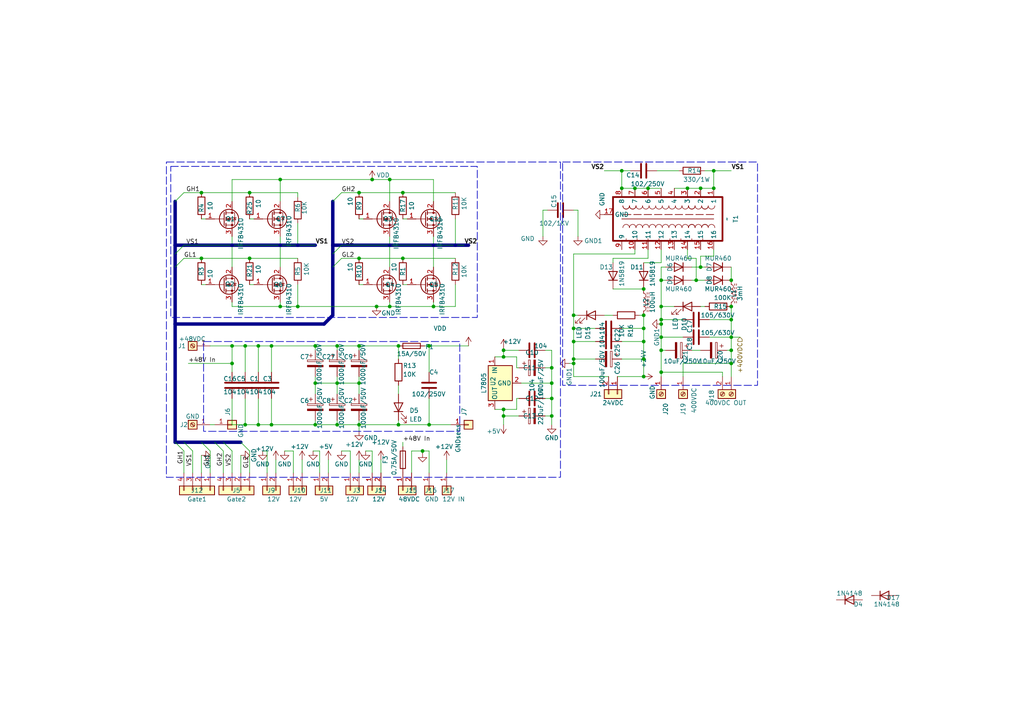
<source format=kicad_sch>
(kicad_sch (version 20231120) (generator "eeschema") (generator_version "8.0")
  (paper "A4")
  (title_block (title "MAIN BOARD") (rev "V6"))
  (lib_symbols
    (symbol "Connector:Screw_Terminal_01x01" (pin_names (offset 1.016) hide)
      (property "Reference" "J" (at 0 2.54 0))
      (property "Value" "Screw_Terminal_01x01" (at 0 -2.54 0))
      (symbol "Screw_Terminal_01x01_1_1"
        (pin passive line (at -5.08 0 0) (length 3.81) (name "Pin_1") (number "1"))
      )
    )
    (symbol "Connector:Screw_Terminal_01x02" (pin_names (offset 1.016) hide)
      (property "Reference" "J" (at 0 2.54 0))
      (property "Value" "Screw_Terminal_01x02" (at 0 -5.08 0))
      (symbol "Screw_Terminal_01x02_1_1"
        (pin passive line (at -5.08 0 0) (length 3.81) (name "Pin_1") (number "1"))
        (pin passive line (at -5.08 -2.54 0) (length 3.81) (name "Pin_2") (number "2"))
      )
    )
    (symbol "Connector_Generic:Conn_01x01" (pin_names (offset 1.016) hide)
      (property "Reference" "J" (at 0 2.54 0))
      (property "Value" "Conn_01x01" (at 0 -2.54 0))
      (symbol "Conn_01x01_1_1"
        (pin passive line (at -5.08 0 0) (length 3.81) (name "Pin_1") (number "1"))
      )
    )
    (symbol "Connector_Generic:Conn_01x02" (pin_names (offset 1.016) hide)
      (property "Reference" "J" (at 0 2.54 0))
      (property "Value" "Conn_01x02" (at 0 -5.08 0))
      (symbol "Conn_01x02_1_1"
        (pin passive line (at -5.08 0 0) (length 3.81) (name "Pin_1") (number "1"))
        (pin passive line (at -5.08 -2.54 0) (length 3.81) (name "Pin_2") (number "2"))
      )
    )
    (symbol "Connector_Generic:Conn_01x04" (pin_names (offset 1.016) hide)
      (property "Reference" "J" (at 0 5.08 0))
      (property "Value" "Conn_01x04" (at 0 -7.62 0))
      (symbol "Conn_01x04_1_1"
        (pin passive line (at -5.08 2.54 0) (length 3.81) (name "Pin_1") (number "1"))
        (pin passive line (at -5.08 0 0) (length 3.81) (name "Pin_2") (number "2"))
        (pin passive line (at -5.08 -2.54 0) (length 3.81) (name "Pin_3") (number "3"))
        (pin passive line (at -5.08 -5.08 0) (length 3.81) (name "Pin_4") (number "4"))
      )
    )
    (symbol "Device:C" (pin_numbers hide) (pin_names (offset 0.254))
      (property "Reference" "C" (at 0.635 2.54 0))
      (property "Value" "C" (at 0.635 -2.54 0))
      (symbol "C_1_1"
        (pin passive line (at 0 3.81 270) (length 2.794) (name "~") (number "1"))
        (pin passive line (at 0 -3.81 90) (length 2.794) (name "~") (number "2"))
      )
    )
    (symbol "Device:C_Polarized" (pin_numbers hide) (pin_names (offset 0.254))
      (property "Reference" "C" (at 0.635 2.54 0))
      (property "Value" "C_Polarized" (at 0.635 -2.54 0))
      (symbol "C_Polarized_1_1"
        (pin passive line (at 0 3.81 270) (length 2.794) (name "~") (number "1"))
        (pin passive line (at 0 -3.81 90) (length 2.794) (name "~") (number "2"))
      )
    )
    (symbol "Device:D" (pin_numbers hide) (pin_names (offset 1.016) hide)
      (property "Reference" "D" (at 0 2.54 0))
      (property "Value" "D" (at 0 -2.54 0))
      (symbol "D_1_1"
        (pin passive line (at -3.81 0 0) (length 2.54) (name "K") (number "1"))
        (pin passive line (at 3.81 0 180) (length 2.54) (name "A") (number "2"))
      )
    )
    (symbol "Device:Fuse" (pin_numbers hide) (pin_names (offset 0))
      (property "Reference" "F" (at 2.032 0 90))
      (property "Value" "Fuse" (at -1.905 0 90))
      (symbol "Fuse_1_1"
        (pin passive line (at 0 3.81 270) (length 1.27) (name "~") (number "1"))
        (pin passive line (at 0 -3.81 90) (length 1.27) (name "~") (number "2"))
      )
    )
    (symbol "Device:LED" (pin_numbers hide) (pin_names (offset 1.016) hide)
      (property "Reference" "D" (at 0 2.54 0))
      (property "Value" "LED" (at 0 -2.54 0))
      (symbol "LED_1_1"
        (pin passive line (at -3.81 0 0) (length 2.54) (name "K") (number "1"))
        (pin passive line (at 3.81 0 180) (length 2.54) (name "A") (number "2"))
      )
    )
    (symbol "Device:L_Ferrite" (pin_numbers hide) (pin_names (offset 1.016) hide)
      (property "Reference" "L" (at -1.27 0 90))
      (property "Value" "L_Ferrite" (at 2.794 0 90))
      (symbol "L_Ferrite_1_1"
        (pin passive line (at 0 3.81 270) (length 1.27) (name "1") (number "1"))
        (pin passive line (at 0 -3.81 90) (length 1.27) (name "2") (number "2"))
      )
    )
    (symbol "Device:R" (pin_numbers hide) (pin_names (offset 0))
      (property "Reference" "R" (at 2.032 0 90))
      (property "Value" "R" (at 0 0 90))
      (symbol "R_1_1"
        (pin passive line (at 0 3.81 270) (length 1.27) (name "~") (number "1"))
        (pin passive line (at 0 -3.81 90) (length 1.27) (name "~") (number "2"))
      )
    )
    (symbol "Diode:1N4148" (pin_numbers hide) (pin_names (offset 1.016) hide)
      (property "Reference" "D" (at 0 2.54 0))
      (property "Value" "1N4148" (at 0 -2.54 0))
      (symbol "1N4148_1_1"
        (pin passive line (at -3.81 0 0) (length 2.54) (name "K") (number "1"))
        (pin passive line (at 3.81 0 180) (length 2.54) (name "A") (number "2"))
      )
    )
    (symbol "Regulator_Linear:L7805" (pin_names (offset 0.254))
      (property "Reference" "U" (at -3.81 3.175 0))
      (property "Value" "L7805" (at 0 3.175 0))
      (symbol "L7805_1_1"
        (pin power_in line (at -7.62 0 0) (length 2.54) (name "IN") (number "1"))
        (pin power_in line (at 0 -7.62 90) (length 2.54) (name "GND") (number "2"))
        (pin power_out line (at 7.62 0 180) (length 2.54) (name "OUT") (number "3"))
      )
    )
    (symbol "Transformer 2:PQ3535"
      (property "Reference" "T" (at 0 30.988 0))
      (symbol "PQ3535_1_1"
        (pin input line (at -8.89 26.67 0) (length 2.54) (name "1") (number "1"))
        (pin input line (at 8.89 3.81 180) (length 2.54) (name "10") (number "10"))
        (pin input line (at 8.89 7.62 180) (length 2.54) (name "11") (number "11"))
        (pin input line (at 8.89 11.43 180) (length 2.54) (name "12") (number "12"))
        (pin input line (at 8.89 15.24 180) (length 2.54) (name "13") (number "13"))
        (pin input line (at 8.89 19.05 180) (length 2.54) (name "14") (number "14"))
        (pin input line (at 8.89 22.86 180) (length 2.54) (name "15") (number "15"))
        (pin input line (at 8.89 26.67 180) (length 2.54) (name "16") (number "16"))
        (pin input line (at -1.27 -5.08 90) (length 2.54) (name "GND") (number "17"))
        (pin input line (at -8.89 22.86 0) (length 2.54) (name "2") (number "2"))
        (pin input line (at -8.89 19.05 0) (length 2.54) (name "3") (number "3"))
        (pin input line (at -8.89 15.24 0) (length 2.54) (name "4") (number "4"))
        (pin input line (at -8.89 11.43 0) (length 2.54) (name "5") (number "5"))
        (pin input line (at -8.89 7.62 0) (length 2.54) (name "6") (number "6"))
        (pin input line (at -8.89 3.81 0) (length 2.54) (name "7") (number "7"))
        (pin input line (at -8.89 0 0) (length 2.54) (name "8") (number "8"))
        (pin input line (at 8.89 0 180) (length 2.54) (name "9") (number "9"))
      )
    )
    (symbol "Transistor_FET:IRLZ44N" (pin_names hide)
      (property "Reference" "Q" (at 6.35 1.905 0))
      (property "Value" "IRLZ44N" (at 6.35 0 0))
      (symbol "IRLZ44N_1_1"
        (pin input line (at -5.08 0 0) (length 2.54) (name "G") (number "1"))
        (pin passive line (at 2.54 5.08 270) (length 2.54) (name "D") (number "2"))
        (pin passive line (at 2.54 -5.08 90) (length 2.54) (name "S") (number "3"))
      )
    )
    (symbol "power:+12V" (power) (pin_names (offset 0))
      (property "Value" "+12V" (at 0 3.556 0))
      (symbol "+12V_1_1"
        (pin power_in line (at 0 0 90) (length 0) hide (name "+12V") (number "1"))
      )
    )
    (symbol "power:+24V" (power) (pin_names (offset 0))
      (property "Value" "+24V" (at 0 3.556 0))
      (symbol "+24V_1_1"
        (pin power_in line (at 0 0 90) (length 0) hide (name "+24V") (number "1"))
      )
    )
    (symbol "power:+5V" (power) (pin_names (offset 0))
      (property "Value" "+5V" (at 0 3.556 0))
      (symbol "+5V_1_1"
        (pin power_in line (at 0 0 90) (length 0) hide (name "+5V") (number "1"))
      )
    )
    (symbol "power:GND" (power) (pin_names (offset 0))
      (property "Value" "GND" (at 0 -3.81 0))
      (symbol "GND_1_1"
        (pin power_in line (at 0 0 270) (length 0) hide (name "GND") (number "1"))
      )
    )
    (symbol "power:GND1" (power) (pin_names (offset 0))
      (property "Value" "GND1" (at 0 -3.81 0))
      (symbol "GND1_1_1"
        (pin power_in line (at 0 0 270) (length 0) hide (name "GND1") (number "1"))
      )
    )
    (symbol "power:VDD" (power) (pin_names (offset 0))
      (property "Value" "VDD" (at 0 3.81 0))
      (symbol "VDD_1_1"
        (pin power_in line (at 0 0 90) (length 0) hide (name "VDD") (number "1"))
      )
    )
  )
  (junction (at 113.03 52.07))
  (junction (at 122.555 130.81))
  (junction (at 186.69 104.14))
  (junction (at 203.2 54.61))
  (junction (at 146.05 101.6))
  (junction (at 212.09 97.79))
  (junction (at 78.74 123.19))
  (junction (at 113.03 88.9))
  (junction (at 50.8 93.98))
  (junction (at 160.02 120.65))
  (junction (at 97.79 123.19))
  (junction (at 191.77 101.6))
  (junction (at 125.73 71.12))
  (junction (at 67.31 105.41))
  (junction (at 96.52 71.12))
  (junction (at 124.46 123.19))
  (junction (at 58.42 55.88))
  (junction (at 186.69 95.25))
  (junction (at 81.28 71.12))
  (junction (at 97.79 111.125))
  (junction (at 186.69 99.06))
  (junction (at 160.02 111.125))
  (junction (at 146.05 118.745))
  (junction (at 212.09 88.9))
  (junction (at 86.36 71.12))
  (junction (at 180.34 54.61))
  (junction (at 201.93 81.28))
  (junction (at 67.31 100.33))
  (junction (at 115.57 123.19))
  (junction (at 81.28 52.07))
  (junction (at 67.31 71.12))
  (junction (at 160.02 115.57))
  (junction (at 58.42 74.93))
  (junction (at 124.46 100.33))
  (junction (at 104.14 55.88))
  (junction (at 115.57 100.33))
  (junction (at 91.44 100.33))
  (junction (at 191.77 81.28))
  (junction (at 146.05 120.65))
  (junction (at 191.77 107.95))
  (junction (at 109.22 88.9))
  (junction (at 191.77 92.71))
  (junction (at 104.14 123.19))
  (junction (at 116.84 55.88))
  (junction (at 91.44 123.19))
  (junction (at 199.39 54.61))
  (junction (at 212.09 92.71))
  (junction (at 184.15 54.61))
  (junction (at 116.84 74.93))
  (junction (at 180.34 49.53))
  (junction (at 191.77 93.98))
  (junction (at 50.8 71.12))
  (junction (at 97.79 100.33))
  (junction (at 72.39 74.93))
  (junction (at 104.14 100.33))
  (junction (at 191.77 97.79))
  (junction (at 113.03 71.12))
  (junction (at 212.09 105.41))
  (junction (at 91.44 111.125))
  (junction (at 166.37 91.44))
  (junction (at 160.02 106.68))
  (junction (at 166.37 95.25))
  (junction (at 207.01 54.61))
  (junction (at 207.01 49.53))
  (junction (at 212.09 101.6))
  (junction (at 166.37 104.14))
  (junction (at 107.95 52.07))
  (junction (at 74.93 100.33))
  (junction (at 86.36 88.9))
  (junction (at 146.05 103.505))
  (junction (at 125.73 88.9))
  (junction (at 186.69 91.44))
  (junction (at 187.96 54.61))
  (junction (at 71.12 100.33))
  (junction (at 132.08 71.12))
  (junction (at 212.09 81.28))
  (junction (at 71.12 123.19))
  (junction (at 104.14 111.125))
  (junction (at 166.37 105.41))
  (junction (at 191.77 88.9))
  (junction (at 104.14 74.93))
  (junction (at 186.69 83.82))
  (junction (at 74.93 123.19))
  (junction (at 203.2 77.47))
  (junction (at 72.39 55.88))
  (junction (at 78.74 100.33))
  (junction (at 166.37 99.06))
  (junction (at 81.28 88.9))
  (junction (at 186.69 109.22))
  (bus_entry (at 55.88 130.81) (size -2.54 -2.54))
  (bus_entry (at 50.8 73.66) (size 2.54 -2.54))
  (bus_entry (at 64.77 130.81) (size -2.54 -2.54))
  (bus_entry (at 53.34 130.81) (size -2.54 -2.54))
  (bus_entry (at 50.8 77.47) (size 2.54 -2.54))
  (bus_entry (at 67.31 130.81) (size -2.54 -2.54))
  (bus_entry (at 99.06 71.12) (size -2.54 2.54))
  (bus_entry (at 60.96 130.81) (size -2.54 -2.54))
  (bus_entry (at 99.06 55.88) (size -2.54 2.54))
  (bus_entry (at 99.06 74.93) (size -2.54 2.54))
  (bus_entry (at 50.8 58.42) (size 2.54 -2.54))
  (bus_entry (at 72.39 130.81) (size -2.54 -2.54))
  (wire (pts (xy 115.57 121.92) (xy 115.57 123.19)))
  (bus (pts (xy 50.8 73.66) (xy 50.8 77.47)) (stroke (width 1)))
  (bus (pts (xy 96.52 77.47) (xy 96.52 91.44)) (stroke (width 1)))
  (wire (pts (xy 101.6 130.81) (xy 101.6 137.16)))
  (wire (pts (xy 186.69 91.44) (xy 186.69 95.25)))
  (wire (pts (xy 191.77 101.6) (xy 191.77 107.95)))
  (wire (pts (xy 71.12 115.57) (xy 71.12 123.19)))
  (wire (pts (xy 104.14 74.93) (xy 116.84 74.93)))
  (wire (pts (xy 91.44 111.125) (xy 97.79 111.125)))
  (wire (pts (xy 105.41 63.5) (xy 104.14 63.5)))
  (wire (pts (xy 99.06 130.81) (xy 101.6 130.81)))
  (wire (pts (xy 78.74 123.19) (xy 74.93 123.19)))
  (wire (pts (xy 124.46 130.81) (xy 124.46 137.16)))
  (wire (pts (xy 115.57 123.19) (xy 104.14 123.19)))
  (wire (pts (xy 193.04 101.6) (xy 191.77 101.6)))
  (bus (pts (xy 96.52 58.42) (xy 96.52 71.12)) (stroke (width 1)))
  (wire (pts (xy 187.96 54.61) (xy 184.15 54.61)))
  (wire (pts (xy 60.96 100.33) (xy 67.31 100.33)))
  (wire (pts (xy 113.03 71.12) (xy 125.73 71.12)))
  (wire (pts (xy 203.2 74.295) (xy 203.2 77.47)))
  (wire (pts (xy 204.47 77.47) (xy 203.2 77.47)))
  (wire (pts (xy 212.09 105.41) (xy 212.09 109.22)))
  (wire (pts (xy 72.39 74.93) (xy 86.36 74.93)))
  (wire (pts (xy 122.555 130.81) (xy 124.46 130.81)))
  (bus (pts (xy 62.23 128.27) (xy 64.77 128.27)) (stroke (width 1)))
  (wire (pts (xy 87.63 133.35) (xy 87.63 137.16)))
  (wire (pts (xy 191.77 54.61) (xy 187.96 54.61)))
  (wire (pts (xy 186.69 104.14) (xy 180.34 104.14)))
  (wire (pts (xy 53.34 74.93) (xy 58.42 74.93)))
  (wire (pts (xy 67.31 88.9) (xy 81.28 88.9)))
  (wire (pts (xy 80.01 133.35) (xy 80.01 137.16)))
  (wire (pts (xy 151.13 111.125) (xy 160.02 111.125)))
  (wire (pts (xy 191.77 92.71) (xy 191.77 93.98)))
  (wire (pts (xy 158.115 106.68) (xy 160.02 106.68)))
  (wire (pts (xy 212.09 77.47) (xy 212.09 81.28)))
  (wire (pts (xy 92.71 130.81) (xy 92.71 137.16)))
  (wire (pts (xy 109.22 88.9) (xy 113.03 88.9)))
  (wire (pts (xy 203.2 88.9) (xy 204.47 88.9)))
  (wire (pts (xy 146.05 100.965) (xy 146.05 101.6)))
  (wire (pts (xy 74.93 115.57) (xy 74.93 123.19)))
  (wire (pts (xy 124.46 100.33) (xy 135.89 100.33)))
  (wire (pts (xy 113.03 88.9) (xy 125.73 88.9)))
  (wire (pts (xy 212.09 92.71) (xy 205.74 92.71)))
  (wire (pts (xy 160.02 115.57) (xy 160.02 120.65)))
  (bus (pts (xy 50.8 93.98) (xy 50.8 128.27)) (stroke (width 1)))
  (wire (pts (xy 67.31 52.07) (xy 81.28 52.07)))
  (wire (pts (xy 186.69 91.44) (xy 185.42 91.44)))
  (wire (pts (xy 99.06 55.88) (xy 104.14 55.88)))
  (bus (pts (xy 96.52 71.12) (xy 96.52 73.66)) (stroke (width 1)))
  (wire (pts (xy 86.36 64.77) (xy 86.36 71.12)))
  (wire (pts (xy 58.42 63.5) (xy 59.69 63.5)))
  (wire (pts (xy 166.37 95.25) (xy 166.37 99.06)))
  (wire (pts (xy 107.95 130.81) (xy 107.95 137.16)))
  (wire (pts (xy 53.34 130.81) (xy 53.34 137.16)))
  (wire (pts (xy 186.69 95.25) (xy 186.69 99.06)))
  (wire (pts (xy 86.36 82.55) (xy 86.36 88.9)))
  (wire (pts (xy 104.14 100.33) (xy 104.14 101.6)))
  (wire (pts (xy 166.37 60.96) (xy 167.64 60.96)))
  (wire (pts (xy 186.69 104.14) (xy 186.69 109.22)))
  (wire (pts (xy 113.03 68.58) (xy 113.03 71.12)))
  (wire (pts (xy 158.115 120.65) (xy 160.02 120.65)))
  (wire (pts (xy 91.44 109.22) (xy 91.44 111.125)))
  (wire (pts (xy 104.14 55.88) (xy 116.84 55.88)))
  (wire (pts (xy 67.31 52.07) (xy 67.31 58.42)))
  (wire (pts (xy 193.04 81.28) (xy 191.77 81.28)))
  (bus (pts (xy 81.28 71.12) (xy 86.36 71.12)) (stroke (width 1)))
  (wire (pts (xy 132.08 71.12) (xy 134.62 71.12)))
  (wire (pts (xy 166.37 73.66) (xy 166.37 91.44)))
  (wire (pts (xy 166.37 91.44) (xy 166.37 95.25)))
  (wire (pts (xy 207.01 49.53) (xy 207.01 54.61)))
  (wire (pts (xy 203.2 54.61) (xy 199.39 54.61)))
  (wire (pts (xy 85.09 130.81) (xy 85.09 137.16)))
  (bus (pts (xy 53.34 128.27) (xy 50.8 128.27)) (stroke (width 1)))
  (wire (pts (xy 81.28 68.58) (xy 81.28 71.12)))
  (wire (pts (xy 160.02 111.125) (xy 160.02 115.57)))
  (wire (pts (xy 125.73 88.9) (xy 132.08 88.9)))
  (wire (pts (xy 119.38 130.81) (xy 122.555 130.81)))
  (wire (pts (xy 184.15 72.39) (xy 184.15 73.66)))
  (wire (pts (xy 99.06 71.12) (xy 113.03 71.12)))
  (wire (pts (xy 118.11 63.5) (xy 116.84 63.5)))
  (wire (pts (xy 115.57 123.19) (xy 124.46 123.19)))
  (wire (pts (xy 129.54 133.35) (xy 129.54 137.16)))
  (wire (pts (xy 177.8 83.82) (xy 186.69 83.82)))
  (bus (pts (xy 96.52 73.66) (xy 96.52 77.47)) (stroke (width 1)))
  (wire (pts (xy 91.44 100.33) (xy 97.79 100.33)))
  (wire (pts (xy 143.51 118.745) (xy 146.05 118.745)))
  (bus (pts (xy 50.8 77.47) (xy 50.8 93.98)) (stroke (width 1)))
  (wire (pts (xy 59.69 82.55) (xy 58.42 82.55)))
  (wire (pts (xy 71.12 100.33) (xy 74.93 100.33)))
  (wire (pts (xy 67.31 130.81) (xy 67.31 137.16)))
  (wire (pts (xy 191.77 93.98) (xy 191.77 97.79)))
  (wire (pts (xy 149.86 106.68) (xy 150.495 106.68)))
  (wire (pts (xy 113.03 52.07) (xy 125.73 52.07)))
  (wire (pts (xy 97.79 100.33) (xy 97.79 101.6)))
  (wire (pts (xy 67.31 105.41) (xy 67.31 107.95)))
  (wire (pts (xy 167.64 60.96) (xy 167.64 68.58)))
  (wire (pts (xy 74.93 100.33) (xy 78.74 100.33)))
  (wire (pts (xy 62.23 123.19) (xy 60.96 123.19)))
  (wire (pts (xy 130.81 123.19) (xy 124.46 123.19)))
  (wire (pts (xy 122.555 130.81) (xy 122.555 131.445)))
  (wire (pts (xy 158.75 60.96) (xy 157.48 60.96)))
  (wire (pts (xy 73.66 82.55) (xy 72.39 82.55)))
  (wire (pts (xy 160.02 123.19) (xy 160.02 120.65)))
  (wire (pts (xy 172.72 95.25) (xy 166.37 95.25)))
  (wire (pts (xy 104.14 111.125) (xy 104.14 114.3)))
  (wire (pts (xy 166.37 105.41) (xy 166.37 109.22)))
  (wire (pts (xy 76.2 130.81) (xy 77.47 130.81)))
  (wire (pts (xy 81.28 52.07) (xy 107.95 52.07)))
  (wire (pts (xy 67.31 68.58) (xy 67.31 71.12)))
  (wire (pts (xy 53.34 71.12) (xy 67.31 71.12)))
  (wire (pts (xy 115.57 100.33) (xy 115.57 104.14)))
  (bus (pts (xy 50.8 58.42) (xy 50.8 71.12)) (stroke (width 1)))
  (wire (pts (xy 53.34 55.88) (xy 58.42 55.88)))
  (bus (pts (xy 113.03 71.12) (xy 125.73 71.12)) (stroke (width 1)))
  (wire (pts (xy 78.74 100.33) (xy 78.74 107.95)))
  (wire (pts (xy 104.14 133.35) (xy 104.14 137.16)))
  (wire (pts (xy 55.88 130.81) (xy 55.88 137.16)))
  (bus (pts (xy 132.08 71.12) (xy 126.365 71.12)))
  (wire (pts (xy 191.77 88.9) (xy 195.58 88.9)))
  (wire (pts (xy 97.79 111.125) (xy 97.79 114.3)))
  (wire (pts (xy 132.08 63.5) (xy 132.08 71.12)))
  (wire (pts (xy 113.03 87.63) (xy 113.03 88.9)))
  (wire (pts (xy 212.09 101.6) (xy 212.09 105.41)))
  (wire (pts (xy 191.77 77.47) (xy 191.77 81.28)))
  (wire (pts (xy 91.44 121.92) (xy 91.44 123.19)))
  (wire (pts (xy 212.09 92.71) (xy 212.09 97.79)))
  (bus (pts (xy 93.98 93.98) (xy 96.52 91.44)) (stroke (width 1)))
  (bus (pts (xy 53.34 128.27) (xy 58.42 128.27)) (stroke (width 1)))
  (bus (pts (xy 50.8 71.12) (xy 50.8 73.66)) (stroke (width 1)))
  (wire (pts (xy 160.02 101.6) (xy 160.02 106.68)))
  (wire (pts (xy 72.39 55.88) (xy 86.36 55.88)))
  (wire (pts (xy 81.28 71.12) (xy 86.36 71.12)))
  (wire (pts (xy 81.28 52.07) (xy 81.28 58.42)))
  (wire (pts (xy 207.01 54.61) (xy 203.2 54.61)))
  (wire (pts (xy 124.46 100.33) (xy 124.46 107.95)))
  (wire (pts (xy 58.42 132.08) (xy 58.42 137.16)))
  (wire (pts (xy 125.73 87.63) (xy 125.73 88.9)))
  (wire (pts (xy 160.02 106.68) (xy 160.02 111.125)))
  (wire (pts (xy 212.09 97.79) (xy 212.09 101.6)))
  (wire (pts (xy 209.55 107.95) (xy 209.55 109.22)))
  (wire (pts (xy 150.495 120.65) (xy 146.05 120.65)))
  (wire (pts (xy 77.47 130.81) (xy 77.47 137.16)))
  (wire (pts (xy 201.93 81.28) (xy 200.66 81.28)))
  (wire (pts (xy 179.07 109.22) (xy 186.69 109.22)))
  (wire (pts (xy 191.77 107.95) (xy 191.77 109.22)))
  (wire (pts (xy 81.28 87.63) (xy 81.28 88.9)))
  (wire (pts (xy 204.47 81.28) (xy 201.93 81.28)))
  (wire (pts (xy 186.69 76.2) (xy 191.77 76.2)))
  (wire (pts (xy 132.08 82.55) (xy 132.08 88.9)))
  (wire (pts (xy 73.66 63.5) (xy 72.39 63.5)))
  (wire (pts (xy 125.73 68.58) (xy 125.73 71.12)))
  (wire (pts (xy 166.37 99.06) (xy 166.37 104.14)))
  (wire (pts (xy 81.28 71.12) (xy 81.28 77.47)))
  (wire (pts (xy 207.01 74.295) (xy 203.2 74.295)))
  (wire (pts (xy 58.42 55.88) (xy 72.39 55.88)))
  (wire (pts (xy 113.03 52.07) (xy 113.03 58.42)))
  (wire (pts (xy 212.09 88.9) (xy 212.09 92.71)))
  (wire (pts (xy 176.53 109.22) (xy 166.37 109.22)))
  (wire (pts (xy 69.85 132.08) (xy 69.85 137.16)))
  (wire (pts (xy 110.49 133.35) (xy 110.49 137.16)))
  (wire (pts (xy 86.36 71.12) (xy 91.44 71.12)))
  (wire (pts (xy 78.74 123.19) (xy 91.44 123.19)))
  (wire (pts (xy 90.805 130.81) (xy 92.71 130.81)))
  (wire (pts (xy 212.09 49.53) (xy 207.01 49.53)))
  (wire (pts (xy 172.72 104.14) (xy 166.37 104.14)))
  (wire (pts (xy 191.77 72.39) (xy 191.77 76.2)))
  (wire (pts (xy 113.03 71.12) (xy 113.03 77.47)))
  (bus (pts (xy 58.42 128.27) (xy 62.23 128.27)) (stroke (width 1)))
  (wire (pts (xy 104.14 100.33) (xy 97.79 100.33)))
  (wire (pts (xy 191.77 97.79) (xy 191.77 101.6)))
  (wire (pts (xy 150.495 115.57) (xy 149.86 115.57)))
  (bus (pts (xy 99.06 71.12) (xy 113.03 71.12)) (stroke (width 1)))
  (wire (pts (xy 184.15 54.61) (xy 180.34 54.61)))
  (bus (pts (xy 96.52 71.12) (xy 99.06 71.12)) (stroke (width 1)))
  (wire (pts (xy 78.74 100.33) (xy 91.44 100.33)))
  (wire (pts (xy 149.86 115.57) (xy 149.86 118.745)))
  (wire (pts (xy 198.12 105.41) (xy 198.12 109.22)))
  (wire (pts (xy 107.95 52.07) (xy 113.03 52.07)))
  (wire (pts (xy 186.69 95.25) (xy 180.34 95.25)))
  (wire (pts (xy 191.77 88.9) (xy 191.77 92.71)))
  (wire (pts (xy 207.01 49.53) (xy 204.47 49.53)))
  (bus (pts (xy 132.08 71.12) (xy 135.89 71.12)) (stroke (width 1)))
  (wire (pts (xy 104.14 123.19) (xy 97.79 123.19)))
  (bus (pts (xy 125.73 71.12) (xy 132.08 71.12)) (stroke (width 1)))
  (wire (pts (xy 97.79 111.125) (xy 97.79 109.22)))
  (wire (pts (xy 177.8 74.93) (xy 177.8 76.2)))
  (wire (pts (xy 184.15 73.66) (xy 166.37 73.66)))
  (wire (pts (xy 71.12 123.19) (xy 67.31 123.19)))
  (wire (pts (xy 78.74 115.57) (xy 78.74 123.19)))
  (bus (pts (xy 67.31 71.12) (xy 81.28 71.12)) (stroke (width 1)))
  (wire (pts (xy 157.48 60.96) (xy 157.48 68.58)))
  (wire (pts (xy 72.39 130.81) (xy 72.39 137.16)))
  (wire (pts (xy 99.06 74.93) (xy 104.14 74.93)))
  (wire (pts (xy 119.38 130.81) (xy 119.38 137.16)))
  (wire (pts (xy 58.42 74.93) (xy 72.39 74.93)))
  (wire (pts (xy 146.05 101.6) (xy 146.05 103.505)))
  (wire (pts (xy 104.14 109.22) (xy 104.14 111.125)))
  (wire (pts (xy 210.82 101.6) (xy 212.09 101.6)))
  (wire (pts (xy 86.36 88.9) (xy 109.22 88.9)))
  (wire (pts (xy 212.09 97.79) (xy 205.74 97.79)))
  (wire (pts (xy 212.09 105.41) (xy 198.12 105.41)))
  (wire (pts (xy 95.25 133.35) (xy 95.25 137.16)))
  (wire (pts (xy 199.39 54.61) (xy 195.58 54.61)))
  (wire (pts (xy 158.115 115.57) (xy 160.02 115.57)))
  (wire (pts (xy 115.57 111.76) (xy 115.57 114.3)))
  (wire (pts (xy 74.93 123.19) (xy 71.12 123.19)))
  (wire (pts (xy 172.72 99.06) (xy 166.37 99.06)))
  (bus (pts (xy 50.8 71.12) (xy 53.34 71.12)) (stroke (width 1)))
  (bus (pts (xy 86.36 71.12) (xy 91.44 71.12)) (stroke (width 1)))
  (wire (pts (xy 81.28 88.9) (xy 86.36 88.9)))
  (wire (pts (xy 203.2 77.47) (xy 200.66 77.47)))
  (wire (pts (xy 67.31 71.12) (xy 81.28 71.12)))
  (wire (pts (xy 67.31 115.57) (xy 67.31 123.19)))
  (wire (pts (xy 214.63 97.79) (xy 212.09 97.79)))
  (wire (pts (xy 158.115 101.6) (xy 160.02 101.6)))
  (wire (pts (xy 116.84 128.27) (xy 116.84 129.54)))
  (wire (pts (xy 125.73 71.12) (xy 132.08 71.12)))
  (wire (pts (xy 82.55 130.81) (xy 85.09 130.81)))
  (bus (pts (xy 50.8 93.98) (xy 93.98 93.98)) (stroke (width 1)))
  (bus (pts (xy 53.34 71.12) (xy 67.31 71.12)) (stroke (width 1)))
  (wire (pts (xy 191.77 81.28) (xy 191.77 88.9)))
  (wire (pts (xy 60.96 130.81) (xy 60.96 137.16)))
  (wire (pts (xy 167.64 91.44) (xy 166.37 91.44)))
  (wire (pts (xy 91.44 111.125) (xy 91.44 114.3)))
  (wire (pts (xy 175.26 91.44) (xy 177.8 91.44)))
  (wire (pts (xy 201.93 74.93) (xy 199.39 74.93)))
  (wire (pts (xy 187.96 72.39) (xy 187.96 74.93)))
  (wire (pts (xy 54.61 105.41) (xy 67.31 105.41)))
  (wire (pts (xy 104.14 121.92) (xy 104.14 123.19)))
  (wire (pts (xy 191.77 77.47) (xy 193.04 77.47)))
  (wire (pts (xy 186.69 99.06) (xy 186.69 104.14)))
  (wire (pts (xy 74.93 100.33) (xy 74.93 107.95)))
  (wire (pts (xy 97.79 111.125) (xy 104.14 111.125)))
  (wire (pts (xy 143.51 103.505) (xy 146.05 103.505)))
  (bus (pts (xy 64.77 128.27) (xy 69.85 128.27)) (stroke (width 1)))
  (wire (pts (xy 124.46 115.57) (xy 124.46 123.19)))
  (wire (pts (xy 116.84 55.88) (xy 132.08 55.88)))
  (wire (pts (xy 105.41 82.55) (xy 104.14 82.55)))
  (wire (pts (xy 67.31 100.33) (xy 67.31 105.41)))
  (wire (pts (xy 97.79 123.19) (xy 91.44 123.19)))
  (wire (pts (xy 116.84 74.93) (xy 132.08 74.93)))
  (wire (pts (xy 67.31 88.9) (xy 67.31 87.63)))
  (wire (pts (xy 200.66 101.6) (xy 203.2 101.6)))
  (wire (pts (xy 199.39 72.39) (xy 199.39 74.93)))
  (wire (pts (xy 86.36 57.15) (xy 86.36 55.88)))
  (wire (pts (xy 187.96 74.93) (xy 177.8 74.93)))
  (wire (pts (xy 191.77 107.95) (xy 209.55 107.95)))
  (wire (pts (xy 125.73 52.07) (xy 125.73 58.42)))
  (wire (pts (xy 198.12 92.71) (xy 191.77 92.71)))
  (wire (pts (xy 104.14 123.19) (xy 104.14 125.095)))
  (wire (pts (xy 198.12 97.79) (xy 191.77 97.79)))
  (wire (pts (xy 146.05 101.6) (xy 150.495 101.6)))
  (wire (pts (xy 149.86 103.505) (xy 146.05 103.505)))
  (wire (pts (xy 166.37 104.14) (xy 166.37 105.41)))
  (wire (pts (xy 106.045 130.81) (xy 107.95 130.81)))
  (wire (pts (xy 149.86 106.68) (xy 149.86 103.505)))
  (wire (pts (xy 201.93 74.93) (xy 201.93 81.28)))
  (wire (pts (xy 166.37 105.41) (xy 165.1 105.41)))
  (wire (pts (xy 67.31 100.33) (xy 71.12 100.33)))
  (wire (pts (xy 125.73 71.12) (xy 125.73 77.47)))
  (wire (pts (xy 146.05 118.745) (xy 146.05 120.65)))
  (wire (pts (xy 91.44 101.6) (xy 91.44 100.33)))
  (wire (pts (xy 196.85 49.53) (xy 190.5 49.53)))
  (wire (pts (xy 124.46 100.33) (xy 123.19 100.33)))
  (wire (pts (xy 146.05 123.19) (xy 146.05 120.65)))
  (wire (pts (xy 180.34 49.53) (xy 180.34 54.61)))
  (wire (pts (xy 67.31 71.12) (xy 67.31 77.47)))
  (wire (pts (xy 149.86 118.745) (xy 146.05 118.745)))
  (wire (pts (xy 64.77 130.81) (xy 64.77 137.16)))
  (wire (pts (xy 207.01 72.39) (xy 207.01 74.295)))
  (wire (pts (xy 175.26 49.53) (xy 180.34 49.53)))
  (wire (pts (xy 71.12 100.33) (xy 71.12 107.95)))
  (wire (pts (xy 186.69 99.06) (xy 180.34 99.06)))
  (wire (pts (xy 180.34 49.53) (xy 182.88 49.53)))
  (wire (pts (xy 104.14 100.33) (xy 115.57 100.33)))
  (wire (pts (xy 116.84 82.55) (xy 118.11 82.55)))
  (wire (pts (xy 97.79 121.92) (xy 97.79 123.19)))
  (rectangle (start 48.26 46.99) (end 162.56 138.43) (stroke (width 0.2) (type dash)))
  (rectangle (start 163.195 46.99) (end 219.71 111.76) (stroke (width 0.2) (type dash)))
  (rectangle (start 49.53 48.26) (end 138.43 92.075) (stroke (width 0.2) (type dash)))
  (rectangle (start 59.055 99.06) (end 133.35 125.095) (stroke (width 0.2) (type dash)))
  (label "GH2" (at 99.06 55.88 0))
  (label "GL1" (at 60.96 135.255 90))
  (label "GL2" (at 99.06 74.93 0))
  (label "VS1" (at 91.44 71.12 0) (effects (font (thickness 0.254) (bold yes))))
  (label "+48V In" (at 116.84 128.27 0))
  (label "VS2" (at 175.26 49.53 180) (effects (font (thickness 0.254) (bold yes))))
  (label "GH2" (at 64.77 135.255 90))
  (label "GH1" (at 53.34 134.62 90))
  (label "VS1" (at 55.88 135.255 90))
  (label "VS1" (at 53.975 71.12 0))
  (label "VS2" (at 67.31 135.255 90))
  (label "GL2" (at 72.39 135.89 90))
  (label "GL1" (at 53.34 74.93 0))
  (label "VS2" (at 134.62 71.12 0) (effects (font (thickness 0.254) (bold yes))))
  (label "VS1" (at 212.09 49.53 0) (effects (font (thickness 0.254) (bold yes))))
  (label "VS2" (at 99.06 71.12 0))
  (label "GH1" (at 53.975 55.88 0))
  (label "+48V In" (at 54.61 105.41 0))
  (hierarchical_label "+400VDC" (shape input) (at 214.63 97.79 270))
  (symbol (lib_id "Device:C_Polarized") (at 176.53 104.14 270) (unit 1)
    (property "Reference" "C26" (at 179.07 104.775 0) (effects (justify left)))
    (property "Value" "100uF/50V" (at 174.625 101.6 0) (effects (justify left)))
    (property "Footprint" "Capacitor_THT:CP_Radial_D8.0mm_P3.50mm" (effects (hide yes)))
  )
  (symbol (lib_id "Device:C_Polarized") (at 91.44 118.11 0) (unit 1)
    (property "Reference" "C6" (at 86.995 116.205 0) (effects (justify left)))
    (property "Value" "1000uF/50V" (at 92.71 124.46 90) (effects (justify left)))
    (property "Footprint" "Capacitor_THT:CP_Radial_D12.5mm_P5.00mm" (effects (hide yes)))
  )
  (symbol (lib_id "Device:C_Polarized") (at 154.305 120.65 90) (mirror x) (unit 1)
    (property "Reference" "C13" (at 155.575 120.65 90) (effects (justify left)))
    (property "Value" "220uF/10V" (at 156.845 112.395 0) (effects (justify left)))
    (property "Footprint" "Capacitor_THT:CP_Radial_D7.5mm_P2.50mm" (effects (hide yes)))
  )
  (symbol (lib_id "power:GND") (at 69.85 132.08 90) (unit 1)
    (property "Reference" "#PWR06" (effects (hide yes)))
    (property "Value" "GND" (at 73.66 132.08 0))
  )
  (symbol (lib_id "power:+12V") (at 110.49 133.35 0) (mirror y) (unit 1)
    (property "Reference" "#PWR023" (effects (hide yes)))
    (property "Value" "+12V" (at 113.03 128.27 0) (effects (justify left)))
  )
  (symbol (lib_id "Device:R") (at 104.14 59.69 180) (unit 1)
    (property "Reference" "R9" (at 104.14 59.69 90))
    (property "Value" "10" (at 101.6 58.42 90))
    (property "Footprint" "Resistor_THT:R_Axial_DIN0207_L6.3mm_D2.5mm_P10.16mm_Horizontal" (effects (hide yes)))
  )
  (symbol (lib_id "Device:R") (at 86.36 78.74 180) (unit 1)
    (property "Reference" "R5" (at 86.36 80.01 90) (effects (justify right)))
    (property "Value" "10K" (at 88.9 80.01 90) (effects (justify right)))
    (property "Footprint" "Resistor_THT:R_Axial_DIN0207_L6.3mm_D2.5mm_P10.16mm_Horizontal" (effects (hide yes)))
  )
  (symbol (lib_id "power:GND") (at 58.42 132.08 90) (unit 1)
    (property "Reference" "#PWR02" (effects (hide yes)))
    (property "Value" "GND" (at 60.325 133.985 0))
  )
  (symbol (lib_id "power:GND") (at 160.02 123.19 0) (mirror y) (unit 1)
    (property "Reference" "#PWR025" (effects (hide yes)))
    (property "Value" "GND" (at 160.02 127 0))
  )
  (symbol (lib_id "Device:C_Polarized") (at 104.14 105.41 0) (unit 1)
    (property "Reference" "C9" (at 99.695 103.505 0) (effects (justify left)))
    (property "Value" "1000uF/50V" (at 105.283 111.76 90) (effects (justify left)))
    (property "Footprint" "Capacitor_THT:CP_Radial_D12.5mm_P5.00mm" (effects (hide yes)))
  )
  (symbol (lib_id "Device:R") (at 132.08 59.69 180) (unit 1)
    (property "Reference" "R11" (at 132.08 60.96 90) (effects (justify right)))
    (property "Value" "10K" (at 134.62 60.96 90) (effects (justify right)))
    (property "Footprint" "Resistor_THT:R_Axial_DIN0207_L6.3mm_D2.5mm_P10.16mm_Horizontal" (effects (hide yes)))
  )
  (symbol (lib_id "Transistor_FET:IRLZ44N") (at 64.77 82.55 0) (unit 1)
    (property "Reference" "Q2" (at 65.278 82.423 0) (effects (justify left)))
    (property "Value" "IRFB4310" (at 69.85 91.44 90) (effects (justify left)))
    (property "Footprint" "PCM_Package_TO_SOT_THT_AKL:TO-220F-3_Staggered_Vertical_GDS" (effects (hide yes)))
    (property "Datasheet" "http://www.irf.com/product-info/datasheets/data/irlz44n.pdf" (effects (hide yes)))
  )
  (symbol (lib_id "power:GND") (at 175.26 62.23 270) (unit 1)
    (property "Reference" "#PWR01" (effects (hide yes)))
    (property "Value" "GND" (at 174.625 57.785 0))
  )
  (symbol (lib_id "Diode:1N4148") (at 256.54 172.72 0) (unit 1)
    (property "Reference" "D17" (at 259.08 173.355 0))
    (property "Value" "1N4148" (at 257.175 175.26 0))
    (property "Footprint" "Diode_THT:D_DO-35_SOD27_P10.16mm_Horizontal" (effects (hide yes)))
    (property "Datasheet" "https://assets.nexperia.com/documents/data-sheet/1N4148_1N4448.pdf" (effects (hide yes)))
  )
  (symbol (lib_id "Connector_Generic:Conn_01x02") (at 92.71 142.24 90) (mirror x) (unit 1)
    (property "Reference" "J11" (at 92.71 142.24 90) (effects (justify right)))
    (property "Value" "5V" (at 92.71 144.78 90) (effects (justify right)))
    (property "Footprint" "Connector_JST:JST_EH_B2B-EH-A_1x02_P2.50mm_Vertical" (effects (hide yes)))
  )
  (symbol (lib_id "power:GND") (at 82.55 130.81 0) (mirror y) (unit 1)
    (property "Reference" "#PWR013" (effects (hide yes)))
    (property "Value" "GND" (at 82.55 134.62 0))
  )
  (symbol (lib_id "Device:L_Ferrite") (at 186.69 87.63 0) (unit 1)
    (property "Reference" "L2" (at 187.325 87.63 90))
    (property "Value" "100uH" (at 189.23 87.63 90))
    (property "Footprint" "Inductor_THT:L_Toroid_Vertical_L14.0mm_W6.3mm_P4.57mm_Pulse_A" (effects (hide yes)))
  )
  (symbol (lib_id "Device:C_Polarized") (at 97.79 105.41 0) (unit 1)
    (property "Reference" "C27" (at 93.345 103.505 0) (effects (justify left)))
    (property "Value" "1000uF/50V" (at 99.06 111.76 90) (effects (justify left)))
    (property "Footprint" "Capacitor_THT:CP_Radial_D12.5mm_P5.00mm" (effects (hide yes)))
  )
  (symbol (lib_id "Device:R") (at 181.61 91.44 270) (unit 1)
    (property "Reference" "R16" (at 182.88 93.98 0) (effects (justify left)))
    (property "Value" "10K" (at 180.34 93.98 0) (effects (justify left)))
    (property "Footprint" "Resistor_THT:R_Axial_DIN0207_L6.3mm_D2.5mm_P10.16mm_Horizontal" (effects (hide yes)))
  )
  (symbol (lib_id "Connector_Generic:Conn_01x04") (at 69.85 142.24 270) (unit 1)
    (property "Reference" "J5" (at 68.58 142.24 90))
    (property "Value" "Gate2" (at 68.58 144.78 90))
    (property "Footprint" "Connector_PinSocket_2.54mm:PinSocket_1x04_P2.54mm_Vertical" (effects (hide yes)))
    (property "Description" "Generic connector, single row, 01x04, script generated (kicad-library-utils/schlib/autogen/connector/)" (effects (hide yes)))
  )
  (symbol (lib_id "Device:D") (at 208.28 77.47 180) (unit 1)
    (property "Reference" "D7" (at 205.74 77.47 90))
    (property "Value" "MUR460" (at 208.28 74.93 0))
    (property "Footprint" "Diode_THT:D_DO-15_P12.70mm_Horizontal" (effects (hide yes)))
  )
  (symbol (lib_id "Device:C") (at 201.93 97.79 270) (unit 1)
    (property "Reference" "C18" (at 200.025 97.79 0) (effects (justify left)))
    (property "Value" "105/630V" (at 203.2 96.52 90) (effects (justify left)))
    (property "Footprint" "Capacitor_THT:C_Rect_L28.0mm_W12.0mm_P22.50mm_MKS4" (effects (hide yes)))
  )
  (symbol (lib_id "Device:C_Polarized") (at 207.01 101.6 270) (unit 1)
    (property "Reference" "C20" (at 208.915 101.6 0) (effects (justify left)))
    (property "Value" "10uF/250V" (at 202.565 104.775 90) (effects (justify left)))
    (property "Footprint" "Capacitor_THT:CP_Radial_D16.0mm_P7.50mm" (effects (hide yes)))
  )
  (symbol (lib_id "power:GND") (at 76.2 130.81 0) (mirror y) (unit 1)
    (property "Reference" "#PWR07" (effects (hide yes)))
    (property "Value" "GND" (at 76.2 134.62 0))
  )
  (symbol (lib_id "Connector_Generic:Conn_01x01") (at 67.31 123.19 0) (unit 1)
    (property "Reference" "J6" (at 66.04 120.65 90) (effects (justify left)))
    (property "Value" "GND" (at 69.85 127 90) (effects (justify left)))
    (property "Footprint" "MountingHole:MountingHole_2.7mm_M2.5_Pad" (effects (hide yes)))
    (property "Description" "Generic connector, single row, 01x01, script generated (kicad-library-utils/schlib/autogen/connector/)" (effects (hide yes)))
  )
  (symbol (lib_id "power:+12V") (at 104.14 133.35 0) (mirror y) (unit 1)
    (property "Reference" "#PWR04" (effects (hide yes)))
    (property "Value" "+12V" (at 105.41 128.905 0) (effects (justify left)))
  )
  (symbol (lib_id "Transistor_FET:IRLZ44N") (at 78.74 82.55 0) (unit 1)
    (property "Reference" "Q6" (at 79.375 82.55 0) (effects (justify left)))
    (property "Value" "IRFB4310" (at 83.82 91.44 90) (effects (justify left)))
    (property "Footprint" "PCM_Package_TO_SOT_THT_AKL:TO-220F-3_Staggered_Vertical_GDS" (effects (hide yes)))
    (property "Datasheet" "http://www.irf.com/product-info/datasheets/data/irlz44n.pdf" (effects (hide yes)))
  )
  (symbol (lib_id "Regulator_Linear:L7805") (at 143.51 111.125 90) (mirror x) (unit 1)
    (property "Reference" "U2" (at 143.002 110.617 0))
    (property "Value" "L7805" (at 140.335 111.125 0))
    (property "Footprint" "Package_TO_SOT_THT:TO-220-3_Vertical" (effects (hide yes)))
    (property "Datasheet" "http://www.st.com/content/ccc/resource/technical/document/datasheet/41/4f/b3/b0/12/d4/47/88/CD00000444.pdf/files/CD00000444.pdf/jcr:content/translations/en.CD00000444.pdf" (effects (hide yes)))
  )
  (symbol (lib_id "power:GND") (at 122.555 131.445 0) (unit 1)
    (property "Reference" "#PWR027" (effects (hide yes)))
    (property "Value" "GND" (effects (hide yes)))
  )
  (symbol (lib_id "Device:C") (at 67.31 111.76 0) (unit 1)
    (property "Reference" "C16" (at 64.77 109.855 0) (effects (justify left)))
    (property "Value" "104" (at 64.77 113.665 0) (effects (justify left)))
    (property "Footprint" "Capacitor_THT:C_Disc_D4.3mm_W1.9mm_P5.00mm" (effects (hide yes)))
  )
  (symbol (lib_id "Connector:Screw_Terminal_01x01") (at 198.12 114.3 270) (unit 1)
    (property "Reference" "J19" (at 198.12 116.84 0) (effects (justify left)))
    (property "Value" "400VDC" (at 201.295 112.395 0) (effects (justify left)))
    (property "Footprint" "Connector_Pin:Pin_D1.3mm_L11.3mm_W2.8mm_Flat" (effects (hide yes)))
    (property "Description" "Generic screw terminal, single row, 01x01, script generated (kicad-library-utils/schlib/autogen/connector/)" (effects (hide yes)))
  )
  (symbol (lib_id "Device:C") (at 201.93 92.71 270) (unit 1)
    (property "Reference" "C17" (at 200.025 92.71 0) (effects (justify left)))
    (property "Value" "105/630V" (at 203.2 91.44 90) (effects (justify left)))
    (property "Footprint" "Capacitor_THT:C_Rect_L28.0mm_W12.0mm_P22.50mm_MKS4" (effects (hide yes)))
  )
  (symbol (lib_id "Device:R") (at 72.39 78.74 0) (unit 1)
    (property "Reference" "R21" (at 72.39 78.486 90))
    (property "Value" "10" (at 74.93 78.105 90))
    (property "Footprint" "Resistor_THT:R_Axial_DIN0207_L6.3mm_D2.5mm_P10.16mm_Horizontal" (effects (hide yes)))
  )
  (symbol (lib_id "Connector_Generic:Conn_01x02") (at 101.6 142.24 90) (mirror x) (unit 1)
    (property "Reference" "J3" (at 102.235 142.24 90) (effects (justify right)))
    (property "Value" "12V" (at 100.33 144.78 90) (effects (justify right)))
    (property "Footprint" "Connector_JST:JST_EH_B2B-EH-A_1x02_P2.50mm_Vertical" (effects (hide yes)))
  )
  (symbol (lib_id "Device:L_Ferrite") (at 212.09 85.09 0) (unit 1)
    (property "Reference" "L1" (at 212.725 85.09 90))
    (property "Value" "3mH" (at 214.63 85.09 90))
    (property "Footprint" "Inductor_THT:L_Toroid_Vertical_L26.7mm_W14.0mm_P10.16mm_Pulse_D" (effects (hide yes)))
  )
  (symbol (lib_id "power:+12V") (at 146.05 100.965 0) (mirror y) (unit 1)
    (property "Reference" "#PWR020" (effects (hide yes)))
    (property "Value" "+12V" (at 151.13 99.06 0) (effects (justify left)))
  )
  (symbol (lib_id "Device:C") (at 186.69 49.53 270) (unit 1)
    (property "Reference" "C14" (at 181.61 50.8 90) (effects (justify left)))
    (property "Value" "102/250V" (at 182.88 53.34 90) (effects (justify left)))
    (property "Footprint" "Capacitor_THT:C_Rect_L13.5mm_W5.0mm_P10.00mm_FKS3_FKP3_MKS4" (effects (hide yes)))
  )
  (symbol (lib_id "Connector:Screw_Terminal_01x01") (at 55.88 100.33 180) (unit 1)
    (property "Reference" "J1" (at 53.975 100.33 0) (effects (justify left)))
    (property "Value" "+48VDC" (at 59.69 98.298 0) (effects (justify left)))
    (property "Footprint" "TerminalBlock_MetzConnect:TerminalBlock_MetzConnect_360291_1x01_Horizontal_ScrewM3.0_Boxed" (effects (hide yes)))
  )
  (symbol (lib_id "Device:LED") (at 199.39 88.9 0) (unit 1)
    (property "Reference" "D10" (at 198.4375 92.075 90) (effects (justify right)))
    (property "Value" "LED" (at 195.8975 92.075 90) (effects (justify right)))
    (property "Footprint" "LED_THT:LED_D5.0mm_Clear" (effects (hide yes)))
  )
  (symbol (lib_id "Device:C") (at 78.74 111.76 0) (unit 1)
    (property "Reference" "C3" (at 76.2 109.855 0) (effects (justify left)))
    (property "Value" "104" (at 76.2 113.665 0) (effects (justify left)))
    (property "Footprint" "Capacitor_THT:C_Disc_D4.3mm_W1.9mm_P5.00mm" (effects (hide yes)))
  )
  (symbol (lib_id "Device:LED") (at 115.57 118.11 90) (unit 1)
    (property "Reference" "D5" (at 118.745 119.0625 90) (effects (justify right)))
    (property "Value" "LED" (at 118.745 121.6025 90) (effects (justify right)))
    (property "Footprint" "LED_THT:LED_D5.0mm_Clear" (effects (hide yes)))
  )
  (symbol (lib_id "Device:D") (at 186.69 80.01 90) (unit 1)
    (property "Reference" "D11" (at 186.69 77.47 90) (effects (justify left)))
    (property "Value" "1N5819" (at 189.23 83.185 0) (effects (justify left)))
    (property "Footprint" "Diode_THT:D_A-405_P10.16mm_Horizontal" (effects (hide yes)))
  )
  (symbol (lib_id "Device:R") (at 86.36 60.96 180) (unit 1)
    (property "Reference" "R6" (at 86.36 61.595 90) (effects (justify right)))
    (property "Value" "10K" (at 88.265 62.23 90) (effects (justify right)))
    (property "Footprint" "Resistor_THT:R_Axial_DIN0207_L6.3mm_D2.5mm_P10.16mm_Horizontal" (effects (hide yes)))
  )
  (symbol (lib_id "Device:C") (at 162.56 60.96 90) (unit 1)
    (property "Reference" "C15" (at 160.655 60.325 0) (effects (justify left)))
    (property "Value" "102/1KV" (at 165.1 64.77 90) (effects (justify left)))
    (property "Footprint" "Varistor:RV_Disc_D12mm_W3.9mm_P7.5mm" (effects (hide yes)))
  )
  (symbol (lib_id "Device:R") (at 116.84 59.69 180) (unit 1)
    (property "Reference" "R17" (at 116.84 59.69 90))
    (property "Value" "10" (at 119.38 59.69 90))
    (property "Footprint" "Resistor_THT:R_Axial_DIN0207_L6.3mm_D2.5mm_P10.16mm_Horizontal" (effects (hide yes)))
  )
  (symbol (lib_id "power:+24V") (at 186.69 109.22 270) (unit 1)
    (property "Reference" "#PWR032" (effects (hide yes)))
    (property "Value" "+24V" (at 186.69 104.14 0))
  )
  (symbol (lib_id "Transistor_FET:IRLZ44N") (at 64.77 63.5 0) (unit 1)
    (property "Reference" "Q1" (at 65.405 63.5 0) (effects (justify left)))
    (property "Value" "IRFB4310" (at 69.85 72.39 90) (effects (justify left)))
    (property "Footprint" "PCM_Package_TO_SOT_THT_AKL:TO-220F-3_Staggered_Vertical_GDS" (effects (hide yes)))
    (property "Datasheet" "http://www.irf.com/product-info/datasheets/data/irlz44n.pdf" (effects (hide yes)))
  )
  (symbol (lib_id "Device:R") (at 132.08 78.74 180) (unit 1)
    (property "Reference" "R12" (at 132.08 80.01 90) (effects (justify right)))
    (property "Value" "10K" (at 134.62 80.645 90) (effects (justify right)))
    (property "Footprint" "Resistor_THT:R_Axial_DIN0207_L6.3mm_D2.5mm_P10.16mm_Horizontal" (effects (hide yes)))
  )
  (symbol (lib_id "Device:C") (at 71.12 111.76 0) (unit 1)
    (property "Reference" "C5" (at 68.58 109.855 0) (effects (justify left)))
    (property "Value" "104" (at 68.58 113.665 0) (effects (justify left)))
    (property "Footprint" "Capacitor_THT:C_Disc_D4.3mm_W1.9mm_P5.00mm" (effects (hide yes)))
  )
  (symbol (lib_id "Device:Fuse") (at 119.38 100.33 90) (unit 1)
    (property "Reference" "F1" (at 124.587 100.584 90))
    (property "Value" "15A/50V" (at 119.38 102.616 90))
    (property "Footprint" "Fuse2:fuse15A" (effects (hide yes)))
  )
  (symbol (lib_id "Device:R") (at 200.66 49.53 90) (unit 1)
    (property "Reference" "R14" (at 199.39 49.53 90) (effects (justify right)))
    (property "Value" "330/1W" (at 198.12 52.07 90) (effects (justify right)))
    (property "Footprint" "Resistor_THT:R_Axial_DIN0309_L9.0mm_D3.2mm_P15.24mm_Horizontal" (effects (hide yes)))
  )
  (symbol (lib_id "power:GND") (at 99.06 130.81 0) (mirror y) (unit 1)
    (property "Reference" "#PWR03" (effects (hide yes)))
    (property "Value" "GND" (at 99.06 134.62 0))
  )
  (symbol (lib_id "Connector_Generic:Conn_01x01") (at 129.54 142.24 270) (unit 1)
    (property "Reference" "J17" (at 128.27 142.24 90) (effects (justify left)))
    (property "Value" "12V IN" (at 128.27 144.78 90) (effects (justify left)))
    (property "Footprint" "Connector Pin:3.7mm Pin" (effects (hide yes)))
    (property "Description" "Generic connector, single row, 01x01, script generated (kicad-library-utils/schlib/autogen/connector/)" (effects (hide yes)))
  )
  (symbol (lib_id "Connector_Generic:Conn_01x02") (at 179.07 114.3 270) (unit 1)
    (property "Reference" "J21" (at 174.625 114.3 90) (effects (justify right)))
    (property "Value" "24VDC" (at 180.975 116.84 90) (effects (justify right)))
    (property "Footprint" "Connector_JST:JST_EH_B2B-EH-A_1x02_P2.50mm_Vertical" (effects (hide yes)))
  )
  (symbol (lib_id "Transformer 2:PQ3535") (at 180.34 63.5 270) (unit 1)
    (property "Reference" "T1" (at 213.36 63.5 0))
    (property "Value" "~" (at 210.82 63.5 0))
    (property "Footprint" "Transformer 2:PQ3535" (effects (hide yes)))
  )
  (symbol (lib_id "Device:R") (at 208.28 88.9 270) (unit 1)
    (property "Reference" "R15" (at 207.01 88.9 90) (effects (justify left)))
    (property "Value" "100K" (at 207.01 86.36 90) (effects (justify left)))
    (property "Footprint" "Resistor_THT:R_Axial_DIN0207_L6.3mm_D2.5mm_P10.16mm_Horizontal" (effects (hide yes)))
  )
  (symbol (lib_id "power:GND1") (at 165.1 105.41 270) (unit 1)
    (property "Reference" "#PWR033" (effects (hide yes)))
    (property "Value" "GND1" (at 165.1 109.22 0))
  )
  (symbol (lib_id "Device:C") (at 154.305 101.6 270) (mirror x) (unit 1)
    (property "Reference" "C10" (at 154.305 102.235 90))
    (property "Value" "104" (at 156.845 100.33 90))
    (property "Footprint" "Capacitor_THT:C_Disc_D4.3mm_W1.9mm_P5.00mm" (effects (hide yes)))
  )
  (symbol (lib_id "Connector:Screw_Terminal_01x01") (at 191.77 114.3 270) (unit 1)
    (property "Reference" "J20" (at 193.04 116.84 0) (effects (justify left)))
    (property "Value" "GND" (at 189.23 111.76 0) (effects (justify left)))
    (property "Footprint" "Connector_Pin:Pin_D1.3mm_L11.3mm_W2.8mm_Flat" (effects (hide yes)))
    (property "Description" "Generic screw terminal, single row, 01x01, script generated (kicad-library-utils/schlib/autogen/connector/)" (effects (hide yes)))
  )
  (symbol (lib_id "Device:C") (at 124.46 111.76 0) (unit 1)
    (property "Reference" "C4" (at 124.46 107.95 0) (effects (justify left)))
    (property "Value" "102/250V" (at 119.38 114.3 0) (effects (justify left)))
    (property "Footprint" "Capacitor_THT:C_Rect_L13.5mm_W5.0mm_P10.00mm_FKS3_FKP3_MKS4" (effects (hide yes)))
  )
  (symbol (lib_id "Connector_Generic:Conn_01x04") (at 58.42 142.24 270) (unit 1)
    (property "Reference" "J12" (at 57.15 142.24 90))
    (property "Value" "Gate1" (at 57.15 144.78 90))
    (property "Footprint" "Connector_PinSocket_2.54mm:PinSocket_1x04_P2.54mm_Vertical" (effects (hide yes)))
    (property "Description" "Generic connector, single row, 01x04, script generated (kicad-library-utils/schlib/autogen/connector/)" (effects (hide yes)))
  )
  (symbol (lib_id "Device:C") (at 176.53 95.25 270) (unit 1)
    (property "Reference" "C22" (at 179.07 95.25 0) (effects (justify left)))
    (property "Value" "104" (at 174.625 93.345 0) (effects (justify left)))
    (property "Footprint" "Capacitor_THT:C_Disc_D4.3mm_W1.9mm_P5.00mm" (effects (hide yes)))
  )
  (symbol (lib_id "Connector_Generic:Conn_01x02") (at 116.84 142.24 90) (mirror x) (unit 1)
    (property "Reference" "J15" (at 117.475 142.24 90) (effects (justify right)))
    (property "Value" "48VDC" (at 115.57 144.78 90) (effects (justify right)))
    (property "Footprint" "Connector_JST:JST_EH_B2B-EH-A_1x02_P2.50mm_Vertical" (effects (hide yes)))
  )
  (symbol (lib_id "power:VDD") (at 107.95 52.07 0) (unit 1)
    (property "Reference" "#PWR017" (effects (hide yes)))
    (property "Value" "VDD" (at 111.125 50.8 0))
  )
  (symbol (lib_id "Device:Fuse") (at 116.84 133.35 180) (unit 1)
    (property "Reference" "F3" (at 111.76 133.35 90))
    (property "Value" "0.75A/50V" (at 114.3 132.715 90))
    (property "Footprint" "Fuse:Fuse_BelFuse_0ZRE0012FF_L8.3mm_W3.8mm" (effects (hide yes)))
  )
  (symbol (lib_id "Connector:Screw_Terminal_01x01") (at 55.88 123.19 180) (unit 1)
    (property "Reference" "J2" (at 53.34 123.19 0))
    (property "Value" "GND" (at 55.88 120.777 0))
    (property "Footprint" "TerminalBlock_MetzConnect:TerminalBlock_MetzConnect_360291_1x01_Horizontal_ScrewM3.0_Boxed" (effects (hide yes)))
  )
  (symbol (lib_id "Device:C_Polarized") (at 104.14 118.11 0) (unit 1)
    (property "Reference" "C2" (at 99.695 116.205 0) (effects (justify left)))
    (property "Value" "1000uF/50V" (at 105.41 124.46 90) (effects (justify left)))
    (property "Footprint" "Capacitor_THT:CP_Radial_D12.5mm_P5.00mm" (effects (hide yes)))
  )
  (symbol (lib_id "Device:D") (at 196.85 81.28 180) (unit 1)
    (property "Reference" "D9" (at 194.31 81.28 90))
    (property "Value" "MUR460" (at 196.85 83.82 0))
    (property "Footprint" "Diode_THT:D_DO-15_P12.70mm_Horizontal" (effects (hide yes)))
  )
  (symbol (lib_id "Diode:1N4148") (at 246.38 173.99 0) (unit 1)
    (property "Reference" "D4" (at 248.92 175.26 0))
    (property "Value" "1N4148" (at 246.38 172.085 0))
    (property "Footprint" "Diode_THT:D_DO-35_SOD27_P10.16mm_Horizontal" (effects (hide yes)))
    (property "Datasheet" "https://assets.nexperia.com/documents/data-sheet/1N4148_1N4448.pdf" (effects (hide yes)))
  )
  (symbol (lib_id "Transistor_FET:IRLZ44N") (at 123.19 63.5 0) (unit 1)
    (property "Reference" "Q11" (at 124.46 63.5 0) (effects (justify left)))
    (property "Value" "IRFB4310" (at 127.635 72.39 90) (effects (justify left)))
    (property "Footprint" "PCM_Package_TO_SOT_THT_AKL:TO-220F-3_Staggered_Vertical_GDS" (effects (hide yes)))
    (property "Datasheet" "http://www.irf.com/product-info/datasheets/data/irlz44n.pdf" (effects (hide yes)))
  )
  (symbol (lib_id "Connector_Generic:Conn_01x01") (at 124.46 142.24 270) (unit 1)
    (property "Reference" "J16" (at 123.19 142.24 90) (effects (justify left)))
    (property "Value" "GND" (at 123.19 144.78 90) (effects (justify left)))
    (property "Footprint" "Connector Pin:3.7mm Pin" (effects (hide yes)))
    (property "Description" "Generic connector, single row, 01x01, script generated (kicad-library-utils/schlib/autogen/connector/)" (effects (hide yes)))
  )
  (symbol (lib_id "Device:R") (at 116.84 78.74 180) (unit 1)
    (property "Reference" "R1" (at 116.84 78.74 90))
    (property "Value" "10" (at 114.3 77.47 90))
    (property "Footprint" "Resistor_THT:R_Axial_DIN0207_L6.3mm_D2.5mm_P10.16mm_Horizontal" (effects (hide yes)))
  )
  (symbol (lib_id "Connector_Generic:Conn_01x02") (at 107.95 142.24 90) (mirror x) (unit 1)
    (property "Reference" "J14" (at 108.585 142.24 90) (effects (justify right)))
    (property "Value" "12V" (at 107.95 144.78 90) (effects (justify right)))
    (property "Footprint" "Connector_JST:JST_EH_B2B-EH-A_1x02_P2.50mm_Vertical" (effects (hide yes)))
  )
  (symbol (lib_id "Connector_Generic:Conn_01x02") (at 85.09 142.24 90) (mirror x) (unit 1)
    (property "Reference" "J10" (at 85.09 142.24 90) (effects (justify right)))
    (property "Value" "12V" (at 83.82 144.78 90) (effects (justify right)))
    (property "Footprint" "Connector_JST:JST_EH_B2B-EH-A_1x02_P2.50mm_Vertical" (effects (hide yes)))
  )
  (symbol (lib_id "Device:R") (at 115.57 107.95 0) (unit 1)
    (property "Reference" "R13" (at 116.84 106.045 0) (effects (justify left)))
    (property "Value" "10K" (at 116.84 108.585 0) (effects (justify left)))
    (property "Footprint" "Resistor_THT:R_Axial_DIN0207_L6.3mm_D2.5mm_P10.16mm_Horizontal" (effects (hide yes)))
  )
  (symbol (lib_id "Device:C_Polarized") (at 154.305 106.68 90) (mirror x) (unit 1)
    (property "Reference" "C11" (at 155.575 106.68 90) (effects (justify left)))
    (property "Value" "100uF/25V" (at 156.845 104.14 0) (effects (justify left)))
    (property "Footprint" "Capacitor_THT:CP_Radial_D7.5mm_P2.50mm" (effects (hide yes)))
  )
  (symbol (lib_id "power:GND1") (at 191.77 93.98 270) (unit 1)
    (property "Reference" "#PWR031" (effects (hide yes)))
    (property "Value" "GND1" (at 190.5 97.79 0))
  )
  (symbol (lib_id "Device:D") (at 177.8 80.01 90) (unit 1)
    (property "Reference" "D13" (at 177.8 77.47 90) (effects (justify left)))
    (property "Value" "1N5819" (at 180.34 83.185 0) (effects (justify left)))
    (property "Footprint" "Diode_THT:D_A-405_P10.16mm_Horizontal" (effects (hide yes)))
  )
  (symbol (lib_id "Transistor_FET:IRLZ44N") (at 110.49 63.5 0) (unit 1)
    (property "Reference" "Q3" (at 111.125 63.5 0) (effects (justify left)))
    (property "Value" "IRFB4310" (at 114.935 72.39 90) (effects (justify left)))
    (property "Footprint" "PCM_Package_TO_SOT_THT_AKL:TO-220F-3_Staggered_Vertical_GDS" (effects (hide yes)))
    (property "Datasheet" "http://www.irf.com/product-info/datasheets/data/irlz44n.pdf" (effects (hide yes)))
  )
  (symbol (lib_id "Device:R") (at 58.42 78.74 0) (unit 1)
    (property "Reference" "R3" (at 58.42 78.74 90))
    (property "Value" "10" (at 60.96 79.375 90))
    (property "Footprint" "Resistor_THT:R_Axial_DIN0207_L6.3mm_D2.5mm_P10.16mm_Horizontal" (effects (hide yes)))
  )
  (symbol (lib_id "Device:C") (at 154.305 115.57 270) (mirror x) (unit 1)
    (property "Reference" "C12" (at 154.305 115.57 90))
    (property "Value" "104" (at 154.305 111.76 0))
    (property "Footprint" "Capacitor_THT:C_Disc_D4.3mm_W1.9mm_P5.00mm" (effects (hide yes)))
  )
  (symbol (lib_id "Transistor_FET:IRLZ44N") (at 110.49 82.55 0) (unit 1)
    (property "Reference" "Q4" (at 111.76 82.55 0) (effects (justify left)))
    (property "Value" "IRFB4310" (at 115.57 91.44 90) (effects (justify left)))
    (property "Footprint" "PCM_Package_TO_SOT_THT_AKL:TO-220F-3_Staggered_Vertical_GDS" (effects (hide yes)))
    (property "Datasheet" "http://www.irf.com/product-info/datasheets/data/irlz44n.pdf" (effects (hide yes)))
  )
  (symbol (lib_id "Device:R") (at 104.14 78.74 180) (unit 1)
    (property "Reference" "R10" (at 104.14 78.74 90))
    (property "Value" "10" (at 101.6 77.47 90))
    (property "Footprint" "Resistor_THT:R_Axial_DIN0207_L6.3mm_D2.5mm_P10.16mm_Horizontal" (effects (hide yes)))
  )
  (symbol (lib_id "Device:LED") (at 171.45 91.44 0) (unit 1)
    (property "Reference" "D15" (at 170.4975 94.615 90) (effects (justify right)))
    (property "Value" "LED" (at 167.9575 94.615 90) (effects (justify right)))
    (property "Footprint" "LED_THT:LED_D5.0mm_Clear" (effects (hide yes)))
  )
  (symbol (lib_id "power:GND") (at 90.805 130.81 0) (mirror y) (unit 1)
    (property "Reference" "#PWR016" (effects (hide yes)))
    (property "Value" "GND" (at 90.805 134.62 0))
  )
  (symbol (lib_id "power:GND") (at 157.48 68.58 0) (unit 1)
    (property "Reference" "#PWR028" (effects (hide yes)))
    (property "Value" "GND" (at 153.035 69.215 0))
  )
  (symbol (lib_id "Device:R") (at 72.39 59.69 0) (unit 1)
    (property "Reference" "R25" (at 72.39 60.325 90))
    (property "Value" "10" (at 74.93 59.055 90))
    (property "Footprint" "Resistor_THT:R_Axial_DIN0207_L6.3mm_D2.5mm_P10.16mm_Horizontal" (effects (hide yes)))
  )
  (symbol (lib_id "Connector_Generic:Conn_01x01") (at 135.89 123.19 0) (unit 1)
    (property "Reference" "J7" (at 134.62 120.65 90) (effects (justify left)))
    (property "Value" "GNDsens" (at 132.842 131.318 90) (effects (justify left)))
    (property "Footprint" "MountingHole:MountingHole_2.7mm_M2.5_Pad" (effects (hide yes)))
    (property "Description" "Generic connector, single row, 01x01, script generated (kicad-library-utils/schlib/autogen/connector/)" (effects (hide yes)))
  )
  (symbol (lib_id "power:GND1") (at 167.64 68.58 0) (unit 1)
    (property "Reference" "#PWR030" (effects (hide yes)))
    (property "Value" "GND1" (at 172.085 69.85 0))
  )
  (symbol (lib_id "power:+12V") (at 129.54 133.35 0) (mirror y) (unit 1)
    (property "Reference" "#PWR029" (effects (hide yes)))
    (property "Value" "+12V" (at 131.445 129.54 0) (effects (justify left)))
  )
  (symbol (lib_id "Connector_Generic:Conn_01x02") (at 77.47 142.24 90) (mirror x) (unit 1)
    (property "Reference" "J9" (at 77.47 142.24 90) (effects (justify right)))
    (property "Value" "12V" (at 77.47 144.78 90) (effects (justify right)))
    (property "Footprint" "Connector_JST:JST_EH_B2B-EH-A_1x02_P2.50mm_Vertical" (effects (hide yes)))
  )
  (symbol (lib_id "power:GND") (at 109.22 88.9 0) (mirror y) (unit 1)
    (property "Reference" "#PWR05" (effects (hide yes)))
    (property "Value" "GND" (at 112.649 90.805 0))
  )
  (symbol (lib_id "power:+12V") (at 87.63 133.35 0) (mirror y) (unit 1)
    (property "Reference" "#PWR014" (effects (hide yes)))
    (property "Value" "+12V" (at 89.535 129.54 0) (effects (justify left)))
  )
  (symbol (lib_id "Device:C") (at 74.93 111.76 0) (unit 1)
    (property "Reference" "C1" (at 72.39 109.855 0) (effects (justify left)))
    (property "Value" "104" (at 72.39 113.665 0) (effects (justify left)))
    (property "Footprint" "Capacitor_THT:C_Disc_D4.3mm_W1.9mm_P5.00mm" (effects (hide yes)))
  )
  (symbol (lib_id "Connector:Screw_Terminal_01x02") (at 212.09 114.3 270) (unit 1)
    (property "Reference" "J18" (at 206.375 113.03 0) (effects (justify left)))
    (property "Value" "400VDC OUT" (at 204.47 116.84 90) (effects (justify left)))
    (property "Footprint" "TerminalBlock_Dinkle:TerminalBlock_Dinkle_DT-55-B01X-02_P10.00mm" (effects (hide yes)))
  )
  (symbol (lib_id "Device:D") (at 196.85 77.47 180) (unit 1)
    (property "Reference" "D6" (at 194.31 77.47 90))
    (property "Value" "MUR460" (at 196.85 74.93 0))
    (property "Footprint" "Diode_THT:D_DO-15_P12.70mm_Horizontal" (effects (hide yes)))
  )
  (symbol (lib_id "power:+12V") (at 80.01 133.35 0) (mirror y) (unit 1)
    (property "Reference" "#PWR09" (effects (hide yes)))
    (property "Value" "+12V" (at 79.375 130.175 0) (effects (justify left)))
  )
  (symbol (lib_id "power:GND") (at 106.045 130.81 0) (mirror y) (unit 1)
    (property "Reference" "#PWR022" (effects (hide yes)))
    (property "Value" "GND" (at 106.045 134.62 0))
  )
  (symbol (lib_id "Device:R") (at 58.42 59.69 0) (unit 1)
    (property "Reference" "R4" (at 58.42 60.325 90))
    (property "Value" "10" (at 60.96 59.69 90))
    (property "Footprint" "Resistor_THT:R_Axial_DIN0207_L6.3mm_D2.5mm_P10.16mm_Horizontal" (effects (hide yes)))
  )
  (symbol (lib_id "Device:D") (at 208.28 81.28 180) (unit 1)
    (property "Reference" "D8" (at 205.74 81.28 90))
    (property "Value" "MUR460" (at 208.28 83.82 0))
    (property "Footprint" "Diode_THT:D_DO-15_P12.70mm_Horizontal" (effects (hide yes)))
  )
  (symbol (lib_id "Device:C_Polarized") (at 91.44 105.41 0) (unit 1)
    (property "Reference" "C7" (at 86.995 103.505 0) (effects (justify left)))
    (property "Value" "1000uF/50V" (at 92.583 111.76 90) (effects (justify left)))
    (property "Footprint" "Capacitor_THT:CP_Radial_D12.5mm_P5.00mm" (effects (hide yes)))
  )
  (symbol (lib_id "power:VDD") (at 135.89 100.33 0) (unit 1)
    (property "Reference" "#PWR012" (effects (hide yes)))
    (property "Value" "VDD" (at 127.635 95.25 0))
  )
  (symbol (lib_id "power:+5V") (at 95.25 133.35 0) (mirror y) (unit 1)
    (property "Reference" "#PWR019" (effects (hide yes)))
    (property "Value" "+5V" (at 96.52 129.54 0) (effects (justify left)))
  )
  (symbol (lib_id "power:GND") (at 104.14 125.095 0) (mirror y) (unit 1)
    (property "Reference" "#PWR08" (effects (hide yes)))
    (property "Value" "GND" (at 107.569 127 0))
  )
  (symbol (lib_id "Transistor_FET:IRLZ44N") (at 123.19 82.55 0) (unit 1)
    (property "Reference" "Q5" (at 124.46 82.55 0) (effects (justify left)))
    (property "Value" "IRFB4310" (at 128.27 91.44 90) (effects (justify left)))
    (property "Footprint" "PCM_Package_TO_SOT_THT_AKL:TO-220F-3_Staggered_Vertical_GDS" (effects (hide yes)))
    (property "Datasheet" "http://www.irf.com/product-info/datasheets/data/irlz44n.pdf" (effects (hide yes)))
  )
  (symbol (lib_id "power:+5V") (at 146.05 123.19 0) (mirror x) (unit 1)
    (property "Reference" "#PWR021" (effects (hide yes)))
    (property "Value" "+5V" (at 141.097 125.095 0) (effects (justify left)))
  )
  (symbol (lib_id "Transistor_FET:IRLZ44N") (at 78.74 63.5 0) (unit 1)
    (property "Reference" "Q7" (at 80.01 63.5 0) (effects (justify left)))
    (property "Value" "IRFB4310" (at 83.82 71.755 90) (effects (justify left)))
    (property "Footprint" "PCM_Package_TO_SOT_THT_AKL:TO-220F-3_Staggered_Vertical_GDS" (effects (hide yes)))
    (property "Datasheet" "http://www.irf.com/product-info/datasheets/data/irlz44n.pdf" (effects (hide yes)))
  )
  (symbol (lib_id "Device:C_Polarized") (at 196.85 101.6 270) (unit 1)
    (property "Reference" "C21" (at 198.755 101.6 0) (effects (justify left)))
    (property "Value" "10uF/250V" (at 192.405 104.775 90) (effects (justify left)))
    (property "Footprint" "Capacitor_THT:CP_Radial_D16.0mm_P7.50mm" (effects (hide yes)))
  )
  (symbol (lib_id "Device:C_Polarized") (at 97.79 118.11 0) (unit 1)
    (property "Reference" "C8" (at 93.345 116.205 0) (effects (justify left)))
    (property "Value" "1000uF/50V" (at 99.06 124.46 90) (effects (justify left)))
    (property "Footprint" "Capacitor_THT:CP_Radial_D12.5mm_P5.00mm" (effects (hide yes)))
  )
  (symbol (lib_id "Device:C") (at 176.53 99.06 270) (unit 1)
    (property "Reference" "C25" (at 179.07 99.695 0) (effects (justify left)))
    (property "Value" "104" (at 174.625 97.155 0) (effects (justify left)))
    (property "Footprint" "Capacitor_THT:C_Disc_D4.3mm_W1.9mm_P5.00mm" (effects (hide yes)))
  )
)
</source>
